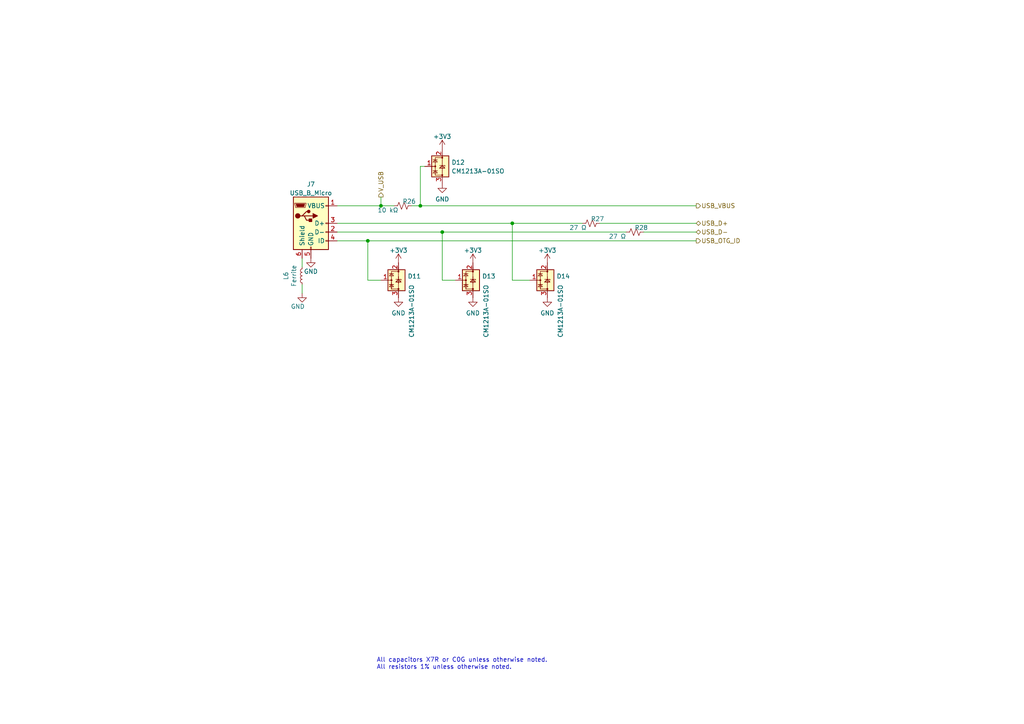
<source format=kicad_sch>
(kicad_sch (version 20211123) (generator eeschema)
  (paper "A4")
  (title_block (title "CANbus Acquisition Module") (date "2022-06-01") (rev "A1") (company "École de Technologie Supérieure - Laboratoire thermique et science du bâtiment (LTSB)") (comment 1 "Designer: Hugo Boyce"))
  (lib_symbols
    (symbol "Connector:USB_B_Micro" (pin_names (offset 1.016))
      (property "Reference" "J" (at -5.08 11.43 0))
      (property "Value" "USB_B_Micro" (at -5.08 8.89 0))
      (symbol "USB_B_Micro_0_1"
        (rectangle (start -5.08 -7.62) (end 5.08 7.62) (stroke (width 0.254)) (fill (type background)))
        (circle (center -3.81 2.159) (radius 0.635) (stroke (width 0.254)) (fill (type outline)))
        (circle (center -0.635 3.429) (radius 0.381) (stroke (width 0.254)) (fill (type outline)))
        (rectangle (start -0.127 -7.62) (end 0.127 -6.858))
        (polyline (pts (xy -1.905 2.159) (xy 0.635 2.159)) (stroke (width 0.254)))
        (polyline (pts (xy -3.175 2.159) (xy -2.54 2.159) (xy -1.27 3.429) (xy -0.635 3.429)) (stroke (width 0.254)))
        (polyline (pts (xy -2.54 2.159) (xy -1.905 2.159) (xy -1.27 0.889) (xy 0 0.889)) (stroke (width 0.254)))
        (polyline (pts (xy 0.635 2.794) (xy 0.635 1.524) (xy 1.905 2.159) (xy 0.635 2.794)) (stroke (width 0.254)) (fill (type outline)))
        (polyline (pts (xy -4.318 5.588) (xy -1.778 5.588) (xy -2.032 4.826) (xy -4.064 4.826) (xy -4.318 5.588)) (fill (type outline)))
        (polyline (pts (xy -4.699 5.842) (xy -4.699 5.588) (xy -4.445 4.826) (xy -4.445 4.572) (xy -1.651 4.572) (xy -1.651 4.826) (xy -1.397 5.588) (xy -1.397 5.842) (xy -4.699 5.842)))
        (rectangle (start 0.254 1.27) (end -0.508 0.508) (stroke (width 0.254)) (fill (type outline)))
        (rectangle (start 5.08 -5.207) (end 4.318 -4.953))
        (rectangle (start 5.08 -2.667) (end 4.318 -2.413))
        (rectangle (start 5.08 -0.127) (end 4.318 0.127))
        (rectangle (start 5.08 4.953) (end 4.318 5.207))
      )
      (symbol "USB_B_Micro_1_1"
        (pin power_out line (at 7.62 5.08 180) (length 2.54) (name "VBUS") (number "1"))
        (pin bidirectional line (at 7.62 -2.54 180) (length 2.54) (name "D-") (number "2"))
        (pin bidirectional line (at 7.62 0 180) (length 2.54) (name "D+") (number "3"))
        (pin passive line (at 7.62 -5.08 180) (length 2.54) (name "ID") (number "4"))
        (pin power_out line (at 0 -10.16 90) (length 2.54) (name "GND") (number "5"))
        (pin passive line (at -2.54 -10.16 90) (length 2.54) (name "Shield") (number "6"))
      )
    )
    (symbol "Device:L_Small" (pin_numbers hide) (pin_names (offset 0.254) hide)
      (property "Reference" "L" (at 0.762 1.016 0))
      (property "Value" "L_Small" (at 0.762 -1.016 0))
      (symbol "L_Small_0_1"
        (arc (start 0 -2.032) (mid 0.508 -1.524) (end 0 -1.016))
        (arc (start 0 -1.016) (mid 0.508 -0.508) (end 0 0))
        (arc (start 0 0) (mid 0.508 0.508) (end 0 1.016))
        (arc (start 0 1.016) (mid 0.508 1.524) (end 0 2.032))
      )
      (symbol "L_Small_1_1"
        (pin passive line (at 0 2.54 270) (length 0.508) (name "~") (number "1"))
        (pin passive line (at 0 -2.54 90) (length 0.508) (name "~") (number "2"))
      )
    )
    (symbol "Device:R_Small_US" (pin_numbers hide) (pin_names (offset 0.254) hide)
      (property "Reference" "R" (at 0.762 0.508 0))
      (property "Value" "R_Small_US" (at 0.762 -1.016 0))
      (symbol "R_Small_US_1_1"
        (polyline (pts (xy 0 0) (xy 1.016 -0.381) (xy 0 -0.762) (xy -1.016 -1.143) (xy 0 -1.524)))
        (polyline (pts (xy 0 1.524) (xy 1.016 1.143) (xy 0 0.762) (xy -1.016 0.381) (xy 0 0)))
        (pin passive line (at 0 2.54 270) (length 1.016) (name "~") (number "1"))
        (pin passive line (at 0 -2.54 90) (length 1.016) (name "~") (number "2"))
      )
    )
    (symbol "Power_Protection:CM1213A-01SO" (pin_names hide)
      (property "Reference" "D" (at 0 5.08 0))
      (property "Value" "CM1213A-01SO" (at 0 3.175 0))
      (symbol "CM1213A-01SO_0_1"
        (rectangle (start -3.048 -3.048) (end 3.048 1.905) (stroke (width 0.254)) (fill (type background)))
        (circle (center -2.54 0) (radius 0.2032) (fill (type outline)))
        (circle (center 0 -2.032) (radius 0.2032) (fill (type outline)))
        (polyline (pts (xy -2.54 -2.032) (xy -2.54 0)))
        (polyline (pts (xy -1.905 -2.667) (xy -1.905 -1.397)))
        (polyline (pts (xy -1.016 0) (xy -3.81 0)))
        (polyline (pts (xy -0.635 -2.032) (xy -2.54 -2.032)))
        (polyline (pts (xy -0.635 -2.032) (xy 0.635 -2.032)))
        (polyline (pts (xy -0.254 -0.762) (xy -0.254 0.762)))
        (polyline (pts (xy -0.254 0.762) (xy -0.254 0.762)))
        (polyline (pts (xy 0 -2.54) (xy 0 -2.032)))
        (polyline (pts (xy 0 0.762) (xy -0.254 0.762)))
        (polyline (pts (xy 0.889 0) (xy -1.016 0)))
        (polyline (pts (xy 0.889 0) (xy -1.016 0)))
        (polyline (pts (xy 0.889 0) (xy 2.54 0)))
        (polyline (pts (xy 1.27 -2.667) (xy 1.27 -1.397)))
        (polyline (pts (xy 1.27 -2.667) (xy 1.27 -1.397)))
        (polyline (pts (xy 2.54 -2.032) (xy 0.635 -2.032)))
        (polyline (pts (xy 2.54 -2.032) (xy 0.635 -2.032)))
        (polyline (pts (xy 2.54 -2.032) (xy 2.54 0)))
        (polyline (pts (xy -1.27 -2.667) (xy -1.27 -1.397) (xy -1.905 -2.032) (xy -1.27 -2.667)))
        (polyline (pts (xy 0.508 -0.762) (xy 0.508 0.762) (xy -0.254 0) (xy 0.508 -0.762)))
        (polyline (pts (xy 0.508 -0.762) (xy 0.508 0.762) (xy -0.254 0) (xy 0.508 -0.762)))
        (polyline (pts (xy 1.905 -2.667) (xy 1.905 -1.397) (xy 1.27 -2.032) (xy 1.905 -2.667)))
        (circle (center 2.54 0) (radius 0.2032) (fill (type outline)))
      )
      (symbol "CM1213A-01SO_1_1"
        (pin passive line (at 0 -5.08 90) (length 2.54) (name "CH1") (number "1"))
        (pin passive line (at -5.08 0 0) (length 2.54) (name "VP") (number "2"))
        (pin passive line (at 5.08 0 180) (length 2.54) (name "VN") (number "3"))
      )
    )
    (symbol "power:+3.3V" (power) (pin_names (offset 0))
      (property "Value" "+3.3V" (at 0 3.556 0))
      (symbol "+3.3V_0_1"
        (polyline (pts (xy -0.762 1.27) (xy 0 2.54)))
        (polyline (pts (xy 0 0) (xy 0 2.54)))
        (polyline (pts (xy 0 2.54) (xy 0.762 1.27)))
      )
      (symbol "+3.3V_1_1"
        (pin power_in line (at 0 0 90) (length 0) hide (name "+3V3") (number "1"))
      )
    )
    (symbol "power:GND" (power) (pin_names (offset 0))
      (property "Value" "GND" (at 0 -3.81 0))
      (symbol "GND_0_1"
        (polyline (pts (xy 0 0) (xy 0 -1.27) (xy 1.27 -1.27) (xy 0 -2.54) (xy -1.27 -1.27) (xy 0 -1.27)))
      )
      (symbol "GND_1_1"
        (pin power_in line (at 0 0 270) (length 0) hide (name "GND") (number "1"))
      )
    )
  )
  (junction (at 128.27 67.31))
  (junction (at 121.92 59.69))
  (junction (at 148.59 64.77))
  (junction (at 106.68 69.85))
  (junction (at 110.49 59.69))
  (wire (pts (xy 148.59 64.77) (xy 168.91 64.77)))
  (wire (pts (xy 106.68 81.28) (xy 106.68 69.85)))
  (wire (pts (xy 97.79 69.85) (xy 106.68 69.85)))
  (wire (pts (xy 186.69 67.31) (xy 201.93 67.31)))
  (wire (pts (xy 110.49 81.28) (xy 106.68 81.28)))
  (wire (pts (xy 173.99 64.77) (xy 201.93 64.77)))
  (wire (pts (xy 87.63 77.47) (xy 87.63 74.93)))
  (wire (pts (xy 121.92 48.26) (xy 121.92 59.69)))
  (wire (pts (xy 110.49 57.15) (xy 110.49 59.69)))
  (wire (pts (xy 97.79 59.69) (xy 110.49 59.69)))
  (wire (pts (xy 114.3 59.69) (xy 110.49 59.69)))
  (wire (pts (xy 119.38 59.69) (xy 121.92 59.69)))
  (wire (pts (xy 148.59 81.28) (xy 148.59 64.77)))
  (wire (pts (xy 87.63 85.09) (xy 87.63 82.55)))
  (wire (pts (xy 121.92 59.69) (xy 201.93 59.69)))
  (wire (pts (xy 123.19 48.26) (xy 121.92 48.26)))
  (wire (pts (xy 97.79 67.31) (xy 128.27 67.31)))
  (wire (pts (xy 106.68 69.85) (xy 201.93 69.85)))
  (wire (pts (xy 97.79 64.77) (xy 148.59 64.77)))
  (wire (pts (xy 128.27 81.28) (xy 128.27 67.31)))
  (wire (pts (xy 153.67 81.28) (xy 148.59 81.28)))
  (wire (pts (xy 128.27 67.31) (xy 181.61 67.31)))
  (wire (pts (xy 132.08 81.28) (xy 128.27 81.28)))
  (text "All capacitors X7R or C0G unless otherwise noted.\nAll resistors 1% unless otherwise noted." (at 109.22 194.31 0) (effects (font (size 1.27 1.27)) (justify left bottom)))
  (hierarchical_label "V_USB" (shape output) (at 110.49 57.15 90))
  (hierarchical_label "USB_OTG_ID" (shape output) (at 201.93 69.85 0))
  (hierarchical_label "USB_VBUS" (shape output) (at 201.93 59.69 0))
  (hierarchical_label "USB_D-" (shape bidirectional) (at 201.93 67.31 0))
  (hierarchical_label "USB_D+" (shape bidirectional) (at 201.93 64.77 0))
  (symbol (lib_id "power:GND") (at 158.75 86.36 0) (unit 1)
    (property "Reference" "#PWR095" (effects hide))
    (property "Value" "GND" (at 158.75 90.8034 0))
  )
  (symbol (lib_id "power:+3.3V") (at 115.57 76.2 0) (unit 1)
    (property "Reference" "#PWR088" (effects hide))
    (property "Value" "+3.3V" (at 115.57 72.6242 0))
  )
  (symbol (lib_id "power:GND") (at 90.17 74.93 0) (unit 1)
    (property "Reference" "#PWR087" (effects hide))
    (property "Value" "GND" (at 90.17 78.74 0))
  )
  (symbol (lib_id "Device:L_Small") (at 87.63 80.01 180) (unit 1)
    (property "Reference" "L6" (at 82.931 80.01 90))
    (property "Value" "Ferrite" (at 85.2424 80.01 90))
    (property "Footprint" "Inductor_SMD:L_0603_1608Metric" (effects hide))
  )
  (symbol (lib_id "Power_Protection:CM1213A-01SO") (at 137.16 81.28 270) (unit 1)
    (property "Reference" "D13" (at 139.827 80.1278 90) (effects (justify left)))
    (property "Value" "CM1213A-01SO" (at 140.97 82.55 0) (effects (justify left)))
    (property "Footprint" "Package_TO_SOT_SMD:SOT-23" (effects hide))
    (property "Datasheet" "http://www.onsemi.com/pub_link/Collateral/CM1213A-D.PDF" (effects hide))
  )
  (symbol (lib_id "Device:R_Small_US") (at 171.45 64.77 90) (unit 1)
    (property "Reference" "R27" (at 175.26 63.5 90) (effects (justify left)))
    (property "Value" "27 Ω" (at 170.18 66.04 90) (effects (justify left)))
    (property "Footprint" "Resistor_SMD:R_0603_1608Metric" (effects hide))
  )
  (symbol (lib_id "power:+3.3V") (at 137.16 76.2 0) (unit 1)
    (property "Reference" "#PWR092" (effects hide))
    (property "Value" "+3.3V" (at 137.16 72.6242 0))
  )
  (symbol (lib_id "power:+3.3V") (at 158.75 76.2 0) (unit 1)
    (property "Reference" "#PWR094" (effects hide))
    (property "Value" "+3.3V" (at 158.75 72.6242 0))
  )
  (symbol (lib_id "Connector:USB_B_Micro") (at 90.17 64.77 0) (unit 1)
    (property "Reference" "J7" (at 90.17 53.4502 0))
    (property "Value" "USB_B_Micro" (at 90.17 55.9871 0))
    (property "Footprint" "CAN-Acquisition-Module:GCT-USB3131-30-0230-A" (effects hide))
    (property "Datasheet" "https://gct.co/files/drawings/usb3131.pdf?v=33e528c4-fc40-4e86-8db1-6ee6a219205e" (effects hide))
    (property "Mfr." "GCT" (effects hide))
    (property "P/N" "USB3131-30-0230-A" (effects hide))
  )
  (symbol (lib_id "Power_Protection:CM1213A-01SO") (at 158.75 81.28 270) (unit 1)
    (property "Reference" "D14" (at 161.417 80.1278 90) (effects (justify left)))
    (property "Value" "CM1213A-01SO" (at 162.56 82.55 0) (effects (justify left)))
    (property "Footprint" "Package_TO_SOT_SMD:SOT-23" (effects hide))
    (property "Datasheet" "http://www.onsemi.com/pub_link/Collateral/CM1213A-D.PDF" (effects hide))
  )
  (symbol (lib_id "power:GND") (at 87.63 85.09 0) (unit 1)
    (property "Reference" "#PWR086" (effects hide))
    (property "Value" "GND" (at 86.36 88.9 0))
  )
  (symbol (lib_id "Device:R_Small_US") (at 116.84 59.69 90) (unit 1)
    (property "Reference" "R26" (at 120.65 58.42 90) (effects (justify left)))
    (property "Value" "10 kΩ" (at 115.57 60.96 90) (effects (justify left)))
    (property "Footprint" "Resistor_SMD:R_0603_1608Metric" (effects hide))
  )
  (symbol (lib_id "power:+3.3V") (at 128.27 43.18 0) (unit 1)
    (property "Reference" "#PWR090" (effects hide))
    (property "Value" "+3.3V" (at 128.27 39.6042 0))
  )
  (symbol (lib_id "power:GND") (at 137.16 86.36 0) (unit 1)
    (property "Reference" "#PWR093" (effects hide))
    (property "Value" "GND" (at 137.16 90.8034 0))
  )
  (symbol (lib_id "Power_Protection:CM1213A-01SO") (at 128.27 48.26 270) (unit 1)
    (property "Reference" "D12" (at 130.937 47.1078 90) (effects (justify left)))
    (property "Value" "CM1213A-01SO" (at 130.937 49.6447 90) (effects (justify left)))
    (property "Footprint" "Package_TO_SOT_SMD:SOT-23" (effects hide))
    (property "Datasheet" "http://www.onsemi.com/pub_link/Collateral/CM1213A-D.PDF" (effects hide))
  )
  (symbol (lib_id "Device:R_Small_US") (at 184.15 67.31 90) (unit 1)
    (property "Reference" "R28" (at 187.96 66.04 90) (effects (justify left)))
    (property "Value" "27 Ω" (at 181.61 68.58 90) (effects (justify left)))
    (property "Footprint" "Resistor_SMD:R_0603_1608Metric" (effects hide))
  )
  (symbol (lib_id "power:GND") (at 115.57 86.36 0) (unit 1)
    (property "Reference" "#PWR089" (effects hide))
    (property "Value" "GND" (at 115.57 90.8034 0))
  )
  (symbol (lib_id "Power_Protection:CM1213A-01SO") (at 115.57 81.28 270) (unit 1)
    (property "Reference" "D11" (at 118.237 80.1278 90) (effects (justify left)))
    (property "Value" "CM1213A-01SO" (at 119.38 82.55 0) (effects (justify left)))
    (property "Footprint" "Package_TO_SOT_SMD:SOT-23" (effects hide))
    (property "Datasheet" "http://www.onsemi.com/pub_link/Collateral/CM1213A-D.PDF" (effects hide))
  )
  (symbol (lib_id "power:GND") (at 128.27 53.34 0) (unit 1)
    (property "Reference" "#PWR091" (effects hide))
    (property "Value" "GND" (at 128.27 57.7834 0))
  )
)
</source>
